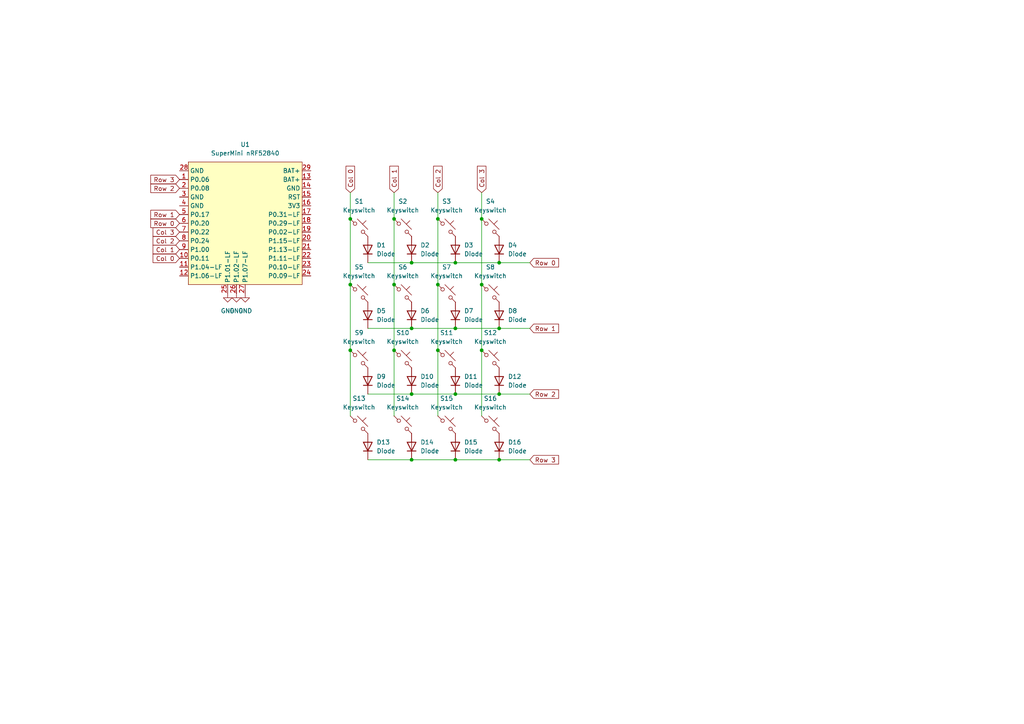
<source format=kicad_sch>
(kicad_sch (version 20250114) (generator "eeschema") (generator_version "9.0")
  (paper "A4")
  (lib_symbols
    (symbol "PCM_marbastlib-promicroish:SuperMini_nRF52840" (in_bom no)
      (property "Reference" "U" (at 0 22.86 0))
      (property "Value" "SuperMini nRF52840" (at 0 20.32 0))
      (symbol "SuperMini_nRF52840_0_0"
        (pin bidirectional line (at -19.05 13.97 0) (length 2.54) (name "P0.06") (number "1"))
        (pin bidirectional line (at -19.05 11.43 0) (length 2.54) (name "P0.08") (number "2"))
        (pin power_out line (at -19.05 8.89 0) (length 2.54) (name "GND") (number "3"))
        (pin power_out line (at -19.05 6.35 0) (length 2.54) (name "GND") (number "4"))
        (pin bidirectional line (at -19.05 3.81 0) (length 2.54) (name "P0.17") (number "5"))
        (pin bidirectional line (at -19.05 1.27 0) (length 2.54) (name "P0.20") (number "6"))
        (pin bidirectional line (at -19.05 -1.27 0) (length 2.54) (name "P0.22") (number "7"))
        (pin bidirectional line (at -19.05 -3.81 0) (length 2.54) (name "P0.24") (number "8"))
        (pin bidirectional line (at -19.05 -6.35 0) (length 2.54) (name "P1.00") (number "9"))
        (pin bidirectional line (at -19.05 -8.89 0) (length 2.54) (name "P0.11") (number "10"))
        (pin bidirectional line (at -19.05 -11.43 0) (length 2.54) (name "P1.04-LF") (number "11"))
        (pin bidirectional line (at -19.05 -13.97 0) (length 2.54) (name "P1.06-LF") (number "12"))
        (pin power_out line (at 19.05 11.43 180) (length 2.54) (name "GND") (number "14"))
        (pin bidirectional line (at 19.05 8.89 180) (length 2.54) (name "RST") (number "15"))
        (pin bidirectional line (at 19.05 3.81 180) (length 2.54) (name "P0.31-LF") (number "17"))
        (pin bidirectional line (at 19.05 1.27 180) (length 2.54) (name "P0.29-LF") (number "18"))
        (pin bidirectional line (at 19.05 -1.27 180) (length 2.54) (name "P0.02-LF") (number "19"))
        (pin bidirectional line (at 19.05 -3.81 180) (length 2.54) (name "P1.15-LF") (number "20"))
        (pin bidirectional line (at 19.05 -6.35 180) (length 2.54) (name "P1.13-LF") (number "21"))
        (pin bidirectional line (at 19.05 -8.89 180) (length 2.54) (name "P1.11-LF") (number "22"))
        (pin bidirectional line (at 19.05 -13.97 180) (length 2.54) (name "P0.09-LF") (number "24"))
      )
      (symbol "SuperMini_nRF52840_1_0"
        (pin power_out line (at -19.05 16.51 0) (length 2.54) (name "GND") (number "28"))
        (pin bidirectional line (at -5.08 -19.05 90) (length 2.54) (name "P1.01-LF") (number "25"))
        (pin bidirectional line (at -2.54 -19.05 90) (length 2.54) (name "P1.02-LF") (number "26"))
        (pin bidirectional line (at 0 -19.05 90) (length 2.54) (name "P1.07-LF") (number "27"))
        (pin power_out line (at 19.05 16.51 180) (length 2.54) (name "BAT+") (number "29"))
        (pin power_out line (at 19.05 13.97 180) (length 2.54) (name "BAT+") (number "13"))
        (pin power_out line (at 19.05 6.35 180) (length 2.54) (name "3V3") (number "16"))
        (pin bidirectional line (at 19.05 -11.43 180) (length 2.54) (name "P0.10-LF") (number "23"))
      )
      (symbol "SuperMini_nRF52840_1_1"
        (rectangle (start -16.51 19.05) (end 16.51 -16.51) (fill (type background)))
      )
    )
    (symbol "ScottoKeebs:Placeholder_Diode" (pin_numbers (hide yes)) (pin_names (hide yes))
      (property "Reference" "D" (at 0 2.54 0))
      (property "Value" "Diode" (at 0 -2.54 0))
      (symbol "Placeholder_Diode_0_1"
        (polyline (pts (xy -1.27 1.27) (xy -1.27 -1.27)) (stroke (width 0.254)))
        (polyline (pts (xy 1.27 1.27) (xy 1.27 -1.27) (xy -1.27 0) (xy 1.27 1.27)) (stroke (width 0.254)))
        (polyline (pts (xy 1.27 0) (xy -1.27 0)))
      )
      (symbol "Placeholder_Diode_1_1"
        (pin passive line (at -3.81 0 0) (length 2.54) (name "K") (number "1"))
        (pin passive line (at 3.81 0 180) (length 2.54) (name "A") (number "2"))
      )
    )
    (symbol "ScottoKeebs:Placeholder_Keyswitch" (pin_numbers (hide yes)) (pin_names (offset 1.016) (hide yes))
      (property "Reference" "S" (at 3.048 1.016 0))
      (property "Value" "Keyswitch" (at 0 -3.81 0))
      (symbol "Placeholder_Keyswitch_0_1"
        (polyline (pts (xy -2.54 2.54) (xy -1.524 1.524) (xy -1.524 1.524)))
        (circle (center -1.1684 1.1684) (radius 0.508))
        (polyline (pts (xy -0.508 2.54) (xy 2.54 -0.508)))
        (polyline (pts (xy 1.016 1.016) (xy 2.032 2.032)))
        (circle (center 1.143 -1.1938) (radius 0.508))
        (polyline (pts (xy 1.524 -1.524) (xy 2.54 -2.54) (xy 2.54 -2.54) (xy 2.54 -2.54)))
        (pin passive line (at -2.54 2.54 0) (length 0) (name "1") (number "1"))
        (pin passive line (at 2.54 -2.54 180) (length 0) (name "2") (number "2"))
      )
    )
    (symbol "power:GND" (power) (pin_numbers (hide yes)) (pin_names (offset 0) (hide yes))
      (property "Value" "GND" (at 0 -3.81 0))
      (symbol "GND_0_1"
        (polyline (pts (xy 0 0) (xy 0 -1.27) (xy 1.27 -1.27) (xy 0 -2.54) (xy -1.27 -1.27) (xy 0 -1.27)))
      )
      (symbol "GND_1_1"
        (pin power_in line (at 0 0 270) (length 0) (name "~") (number "1"))
      )
    )
  )
  (junction (at 101.6 63.5))
  (junction (at 119.38 95.25))
  (junction (at 139.7 82.55))
  (junction (at 139.7 101.6))
  (junction (at 144.78 133.35))
  (junction (at 119.38 76.2))
  (junction (at 144.78 76.2))
  (junction (at 119.38 114.3))
  (junction (at 127 63.5))
  (junction (at 114.3 82.55))
  (junction (at 132.08 114.3))
  (junction (at 132.08 95.25))
  (junction (at 101.6 101.6))
  (junction (at 144.78 114.3))
  (junction (at 132.08 76.2))
  (junction (at 119.38 133.35))
  (junction (at 132.08 133.35))
  (junction (at 127 82.55))
  (junction (at 144.78 95.25))
  (junction (at 139.7 63.5))
  (junction (at 101.6 82.55))
  (junction (at 127 101.6))
  (junction (at 114.3 101.6))
  (junction (at 114.3 63.5))
  (wire (pts (xy 153.67 133.35) (xy 144.78 133.35)))
  (wire (pts (xy 106.68 95.25) (xy 119.38 95.25)))
  (wire (pts (xy 127 101.6) (xy 127 120.65)))
  (wire (pts (xy 119.38 76.2) (xy 132.08 76.2)))
  (wire (pts (xy 114.3 55.88) (xy 114.3 63.5)))
  (wire (pts (xy 139.7 101.6) (xy 139.7 120.65)))
  (wire (pts (xy 114.3 101.6) (xy 114.3 120.65)))
  (wire (pts (xy 139.7 63.5) (xy 139.7 82.55)))
  (wire (pts (xy 106.68 76.2) (xy 119.38 76.2)))
  (wire (pts (xy 127 55.88) (xy 127 63.5)))
  (wire (pts (xy 114.3 82.55) (xy 114.3 101.6)))
  (wire (pts (xy 132.08 76.2) (xy 144.78 76.2)))
  (wire (pts (xy 114.3 63.5) (xy 114.3 82.55)))
  (wire (pts (xy 132.08 133.35) (xy 144.78 133.35)))
  (wire (pts (xy 127 82.55) (xy 127 101.6)))
  (wire (pts (xy 132.08 114.3) (xy 144.78 114.3)))
  (wire (pts (xy 106.68 114.3) (xy 119.38 114.3)))
  (wire (pts (xy 101.6 55.88) (xy 101.6 63.5)))
  (wire (pts (xy 153.67 114.3) (xy 144.78 114.3)))
  (wire (pts (xy 101.6 82.55) (xy 101.6 101.6)))
  (wire (pts (xy 153.67 95.25) (xy 144.78 95.25)))
  (wire (pts (xy 139.7 55.88) (xy 139.7 63.5)))
  (wire (pts (xy 153.67 76.2) (xy 144.78 76.2)))
  (wire (pts (xy 119.38 133.35) (xy 132.08 133.35)))
  (wire (pts (xy 132.08 95.25) (xy 144.78 95.25)))
  (wire (pts (xy 127 63.5) (xy 127 82.55)))
  (wire (pts (xy 101.6 63.5) (xy 101.6 82.55)))
  (wire (pts (xy 119.38 114.3) (xy 132.08 114.3)))
  (wire (pts (xy 119.38 95.25) (xy 132.08 95.25)))
  (wire (pts (xy 106.68 133.35) (xy 119.38 133.35)))
  (wire (pts (xy 139.7 82.55) (xy 139.7 101.6)))
  (wire (pts (xy 101.6 101.6) (xy 101.6 120.65)))
  (global_label "Col 2" (shape input) (at 127 55.88 90) (property "Intersheetrefs" "${INTERSHEET_REFS}" (effects (hide yes))))
  (global_label "Row 3" (shape input) (at 52.07 52.07 180) (property "Intersheetrefs" "${INTERSHEET_REFS}" (effects (hide yes))))
  (global_label "Col 3" (shape input) (at 139.7 55.88 90) (property "Intersheetrefs" "${INTERSHEET_REFS}" (effects (hide yes))))
  (global_label "Col 1" (shape input) (at 114.3 55.88 90) (property "Intersheetrefs" "${INTERSHEET_REFS}" (effects (hide yes))))
  (global_label "Row 1" (shape input) (at 153.67 95.25 0) (property "Intersheetrefs" "${INTERSHEET_REFS}" (effects (hide yes))))
  (global_label "Col 0" (shape input) (at 52.07 74.93 180) (property "Intersheetrefs" "${INTERSHEET_REFS}" (effects (hide yes))))
  (global_label "Col 3" (shape input) (at 52.07 67.31 180) (property "Intersheetrefs" "${INTERSHEET_REFS}" (effects (hide yes))))
  (global_label "Col 1" (shape input) (at 52.07 72.39 180) (property "Intersheetrefs" "${INTERSHEET_REFS}" (effects (hide yes))))
  (global_label "Row 0" (shape input) (at 52.07 64.77 180) (property "Intersheetrefs" "${INTERSHEET_REFS}" (effects (hide yes))))
  (global_label "Row 2" (shape input) (at 52.07 54.61 180) (property "Intersheetrefs" "${INTERSHEET_REFS}" (effects (hide yes))))
  (global_label "Row 1" (shape input) (at 52.07 62.23 180) (property "Intersheetrefs" "${INTERSHEET_REFS}" (effects (hide yes))))
  (global_label "Col 0" (shape input) (at 101.6 55.88 90) (property "Intersheetrefs" "${INTERSHEET_REFS}" (effects (hide yes))))
  (global_label "Row 2" (shape input) (at 153.67 114.3 0) (property "Intersheetrefs" "${INTERSHEET_REFS}" (effects (hide yes))))
  (global_label "Row 0" (shape input) (at 153.67 76.2 0) (property "Intersheetrefs" "${INTERSHEET_REFS}" (effects (hide yes))))
  (global_label "Col 2" (shape input) (at 52.07 69.85 180) (property "Intersheetrefs" "${INTERSHEET_REFS}" (effects (hide yes))))
  (global_label "Row 3" (shape input) (at 153.67 133.35 0) (property "Intersheetrefs" "${INTERSHEET_REFS}" (effects (hide yes))))
  (symbol (lib_id "ScottoKeebs:Placeholder_Diode") (at 144.78 110.49 90) (unit 1)
    (property "Reference" "D12" (at 147.32 109.2199 90) (effects (justify right)))
    (property "Value" "Diode" (at 147.32 111.7599 90) (effects (justify right)))
    (property "Footprint" "ScottoKeebs_Components:Diode_DO-35" (effects (hide yes)))
    (property "Description" "1N4148 (DO-35) or 1N4148W (SOD-123)" (effects (hide yes)))
    (property "Sim.Device" "D" (effects (hide yes)))
    (property "Sim.Pins" "1=K 2=A" (effects (hide yes)))
  )
  (symbol (lib_id "ScottoKeebs:Placeholder_Keyswitch") (at 116.84 123.19 0) (unit 1)
    (property "Reference" "S14" (at 116.84 115.57 0))
    (property "Value" "Keyswitch" (at 116.84 118.11 0))
    (property "Footprint" "MX_Alps_Hybrid:MX-Alps-Hybrid-1U" (effects (hide yes)))
    (property "Description" "Push button switch, normally open, two pins, 45° tilted" (effects (hide yes)))
  )
  (symbol (lib_id "ScottoKeebs:Placeholder_Keyswitch") (at 142.24 66.04 0) (unit 1)
    (property "Reference" "S4" (at 142.24 58.42 0))
    (property "Value" "Keyswitch" (at 142.24 60.96 0))
    (property "Footprint" "MX_Alps_Hybrid:MX-Alps-Hybrid-1U" (effects (hide yes)))
    (property "Description" "Push button switch, normally open, two pins, 45° tilted" (effects (hide yes)))
  )
  (symbol (lib_id "ScottoKeebs:Placeholder_Diode") (at 106.68 129.54 90) (unit 1)
    (property "Reference" "D13" (at 109.22 128.2699 90) (effects (justify right)))
    (property "Value" "Diode" (at 109.22 130.8099 90) (effects (justify right)))
    (property "Footprint" "ScottoKeebs_Components:Diode_DO-35" (effects (hide yes)))
    (property "Description" "1N4148 (DO-35) or 1N4148W (SOD-123)" (effects (hide yes)))
    (property "Sim.Device" "D" (effects (hide yes)))
    (property "Sim.Pins" "1=K 2=A" (effects (hide yes)))
  )
  (symbol (lib_id "power:GND") (at 71.12 85.09 0) (unit 1)
    (property "Reference" "#PWR04" (effects (hide yes)))
    (property "Value" "GND" (at 71.12 90.17 0))
    (property "Description" "Power symbol creates a global label with name \"GND\" , ground" (effects (hide yes)))
  )
  (symbol (lib_id "ScottoKeebs:Placeholder_Diode") (at 119.38 72.39 90) (unit 1)
    (property "Reference" "D2" (at 121.92 71.1199 90) (effects (justify right)))
    (property "Value" "Diode" (at 121.92 73.6599 90) (effects (justify right)))
    (property "Footprint" "ScottoKeebs_Components:Diode_DO-35" (effects (hide yes)))
    (property "Description" "1N4148 (DO-35) or 1N4148W (SOD-123)" (effects (hide yes)))
    (property "Sim.Device" "D" (effects (hide yes)))
    (property "Sim.Pins" "1=K 2=A" (effects (hide yes)))
  )
  (symbol (lib_id "ScottoKeebs:Placeholder_Diode") (at 132.08 91.44 90) (unit 1)
    (property "Reference" "D7" (at 134.62 90.1699 90) (effects (justify right)))
    (property "Value" "Diode" (at 134.62 92.7099 90) (effects (justify right)))
    (property "Footprint" "ScottoKeebs_Components:Diode_DO-35" (effects (hide yes)))
    (property "Description" "1N4148 (DO-35) or 1N4148W (SOD-123)" (effects (hide yes)))
    (property "Sim.Device" "D" (effects (hide yes)))
    (property "Sim.Pins" "1=K 2=A" (effects (hide yes)))
  )
  (symbol (lib_id "ScottoKeebs:Placeholder_Diode") (at 106.68 110.49 90) (unit 1)
    (property "Reference" "D9" (at 109.22 109.2199 90) (effects (justify right)))
    (property "Value" "Diode" (at 109.22 111.7599 90) (effects (justify right)))
    (property "Footprint" "ScottoKeebs_Components:Diode_DO-35" (effects (hide yes)))
    (property "Description" "1N4148 (DO-35) or 1N4148W (SOD-123)" (effects (hide yes)))
    (property "Sim.Device" "D" (effects (hide yes)))
    (property "Sim.Pins" "1=K 2=A" (effects (hide yes)))
  )
  (symbol (lib_id "ScottoKeebs:Placeholder_Diode") (at 132.08 72.39 90) (unit 1)
    (property "Reference" "D3" (at 134.62 71.1199 90) (effects (justify right)))
    (property "Value" "Diode" (at 134.62 73.6599 90) (effects (justify right)))
    (property "Footprint" "ScottoKeebs_Components:Diode_DO-35" (effects (hide yes)))
    (property "Description" "1N4148 (DO-35) or 1N4148W (SOD-123)" (effects (hide yes)))
    (property "Sim.Device" "D" (effects (hide yes)))
    (property "Sim.Pins" "1=K 2=A" (effects (hide yes)))
  )
  (symbol (lib_id "power:GND") (at 68.58 85.09 0) (unit 1)
    (property "Reference" "#PWR02" (effects (hide yes)))
    (property "Value" "GND" (at 68.58 90.17 0))
    (property "Description" "Power symbol creates a global label with name \"GND\" , ground" (effects (hide yes)))
  )
  (symbol (lib_id "ScottoKeebs:Placeholder_Keyswitch") (at 142.24 104.14 0) (unit 1)
    (property "Reference" "S12" (at 142.24 96.52 0))
    (property "Value" "Keyswitch" (at 142.24 99.06 0))
    (property "Footprint" "MX_Alps_Hybrid:MX-Alps-Hybrid-1U" (effects (hide yes)))
    (property "Description" "Push button switch, normally open, two pins, 45° tilted" (effects (hide yes)))
  )
  (symbol (lib_id "ScottoKeebs:Placeholder_Keyswitch") (at 116.84 85.09 0) (unit 1)
    (property "Reference" "S6" (at 116.84 77.47 0))
    (property "Value" "Keyswitch" (at 116.84 80.01 0))
    (property "Footprint" "MX_Alps_Hybrid:MX-Alps-Hybrid-1U" (effects (hide yes)))
    (property "Description" "Push button switch, normally open, two pins, 45° tilted" (effects (hide yes)))
  )
  (symbol (lib_id "ScottoKeebs:Placeholder_Keyswitch") (at 129.54 123.19 0) (unit 1)
    (property "Reference" "S15" (at 129.54 115.57 0))
    (property "Value" "Keyswitch" (at 129.54 118.11 0))
    (property "Footprint" "MX_Alps_Hybrid:MX-Alps-Hybrid-1U" (effects (hide yes)))
    (property "Description" "Push button switch, normally open, two pins, 45° tilted" (effects (hide yes)))
  )
  (symbol (lib_id "ScottoKeebs:Placeholder_Diode") (at 144.78 72.39 90) (unit 1)
    (property "Reference" "D4" (at 147.32 71.1199 90) (effects (justify right)))
    (property "Value" "Diode" (at 147.32 73.6599 90) (effects (justify right)))
    (property "Footprint" "ScottoKeebs_Components:Diode_DO-35" (effects (hide yes)))
    (property "Description" "1N4148 (DO-35) or 1N4148W (SOD-123)" (effects (hide yes)))
    (property "Sim.Device" "D" (effects (hide yes)))
    (property "Sim.Pins" "1=K 2=A" (effects (hide yes)))
  )
  (symbol (lib_id "ScottoKeebs:Placeholder_Keyswitch") (at 104.14 66.04 0) (unit 1)
    (property "Reference" "S1" (at 104.14 58.42 0))
    (property "Value" "Keyswitch" (at 104.14 60.96 0))
    (property "Footprint" "MX_Alps_Hybrid:MX-Alps-Hybrid-1U" (effects (hide yes)))
    (property "Description" "Push button switch, normally open, two pins, 45° tilted" (effects (hide yes)))
  )
  (symbol (lib_id "ScottoKeebs:Placeholder_Diode") (at 106.68 91.44 90) (unit 1)
    (property "Reference" "D5" (at 109.22 90.1699 90) (effects (justify right)))
    (property "Value" "Diode" (at 109.22 92.7099 90) (effects (justify right)))
    (property "Footprint" "ScottoKeebs_Components:Diode_DO-35" (effects (hide yes)))
    (property "Description" "1N4148 (DO-35) or 1N4148W (SOD-123)" (effects (hide yes)))
    (property "Sim.Device" "D" (effects (hide yes)))
    (property "Sim.Pins" "1=K 2=A" (effects (hide yes)))
  )
  (symbol (lib_id "ScottoKeebs:Placeholder_Keyswitch") (at 116.84 104.14 0) (unit 1)
    (property "Reference" "S10" (at 116.84 96.52 0))
    (property "Value" "Keyswitch" (at 116.84 99.06 0))
    (property "Footprint" "MX_Alps_Hybrid:MX-Alps-Hybrid-1U" (effects (hide yes)))
    (property "Description" "Push button switch, normally open, two pins, 45° tilted" (effects (hide yes)))
  )
  (symbol (lib_id "ScottoKeebs:Placeholder_Keyswitch") (at 129.54 104.14 0) (unit 1)
    (property "Reference" "S11" (at 129.54 96.52 0))
    (property "Value" "Keyswitch" (at 129.54 99.06 0))
    (property "Footprint" "MX_Alps_Hybrid:MX-Alps-Hybrid-1U" (effects (hide yes)))
    (property "Description" "Push button switch, normally open, two pins, 45° tilted" (effects (hide yes)))
  )
  (symbol (lib_id "ScottoKeebs:Placeholder_Diode") (at 132.08 129.54 90) (unit 1)
    (property "Reference" "D15" (at 134.62 128.2699 90) (effects (justify right)))
    (property "Value" "Diode" (at 134.62 130.8099 90) (effects (justify right)))
    (property "Footprint" "ScottoKeebs_Components:Diode_DO-35" (effects (hide yes)))
    (property "Description" "1N4148 (DO-35) or 1N4148W (SOD-123)" (effects (hide yes)))
    (property "Sim.Device" "D" (effects (hide yes)))
    (property "Sim.Pins" "1=K 2=A" (effects (hide yes)))
  )
  (symbol (lib_id "ScottoKeebs:Placeholder_Keyswitch") (at 142.24 123.19 0) (unit 1)
    (property "Reference" "S16" (at 142.24 115.57 0))
    (property "Value" "Keyswitch" (at 142.24 118.11 0))
    (property "Footprint" "MX_Alps_Hybrid:MX-Alps-Hybrid-1U" (effects (hide yes)))
    (property "Description" "Push button switch, normally open, two pins, 45° tilted" (effects (hide yes)))
  )
  (symbol (lib_id "ScottoKeebs:Placeholder_Diode") (at 119.38 110.49 90) (unit 1)
    (property "Reference" "D10" (at 121.92 109.2199 90) (effects (justify right)))
    (property "Value" "Diode" (at 121.92 111.7599 90) (effects (justify right)))
    (property "Footprint" "ScottoKeebs_Components:Diode_DO-35" (effects (hide yes)))
    (property "Description" "1N4148 (DO-35) or 1N4148W (SOD-123)" (effects (hide yes)))
    (property "Sim.Device" "D" (effects (hide yes)))
    (property "Sim.Pins" "1=K 2=A" (effects (hide yes)))
  )
  (symbol (lib_id "ScottoKeebs:Placeholder_Keyswitch") (at 116.84 66.04 0) (unit 1)
    (property "Reference" "S2" (at 116.84 58.42 0))
    (property "Value" "Keyswitch" (at 116.84 60.96 0))
    (property "Footprint" "MX_Alps_Hybrid:MX-Alps-Hybrid-1U" (effects (hide yes)))
    (property "Description" "Push button switch, normally open, two pins, 45° tilted" (effects (hide yes)))
  )
  (symbol (lib_id "ScottoKeebs:Placeholder_Keyswitch") (at 142.24 85.09 0) (unit 1)
    (property "Reference" "S8" (at 142.24 77.47 0))
    (property "Value" "Keyswitch" (at 142.24 80.01 0))
    (property "Footprint" "MX_Alps_Hybrid:MX-Alps-Hybrid-1U" (effects (hide yes)))
    (property "Description" "Push button switch, normally open, two pins, 45° tilted" (effects (hide yes)))
  )
  (symbol (lib_id "PCM_marbastlib-promicroish:SuperMini_nRF52840") (at 71.12 66.04 0) (unit 1) (in_bom no)
    (property "Reference" "U1" (at 71.12 41.91 0))
    (property "Value" "SuperMini nRF52840" (at 71.12 44.45 0))
    (property "Footprint" "PCM_marbastlib-xp-promicroish:SuperMini_nRF52840_AH_USBup" (effects (hide yes)))
    (property "Datasheet" "https://wiki.icbbuy.com/doku.php?id=developmentboard:nrf52840" (effects (hide yes)))
    (property "Description" "Symbol for an nicekeyboards nice!nano" (effects (hide yes)))
  )
  (symbol (lib_id "ScottoKeebs:Placeholder_Diode") (at 106.68 72.39 90) (unit 1)
    (property "Reference" "D1" (at 109.22 71.1199 90) (effects (justify right)))
    (property "Value" "Diode" (at 109.22 73.6599 90) (effects (justify right)))
    (property "Footprint" "ScottoKeebs_Components:Diode_DO-35" (effects (hide yes)))
    (property "Description" "1N4148 (DO-35) or 1N4148W (SOD-123)" (effects (hide yes)))
    (property "Sim.Device" "D" (effects (hide yes)))
    (property "Sim.Pins" "1=K 2=A" (effects (hide yes)))
  )
  (symbol (lib_id "ScottoKeebs:Placeholder_Keyswitch") (at 129.54 85.09 0) (unit 1)
    (property "Reference" "S7" (at 129.54 77.47 0))
    (property "Value" "Keyswitch" (at 129.54 80.01 0))
    (property "Footprint" "MX_Alps_Hybrid:MX-Alps-Hybrid-1U" (effects (hide yes)))
    (property "Description" "Push button switch, normally open, two pins, 45° tilted" (effects (hide yes)))
  )
  (symbol (lib_id "ScottoKeebs:Placeholder_Diode") (at 132.08 110.49 90) (unit 1)
    (property "Reference" "D11" (at 134.62 109.2199 90) (effects (justify right)))
    (property "Value" "Diode" (at 134.62 111.7599 90) (effects (justify right)))
    (property "Footprint" "ScottoKeebs_Components:Diode_DO-35" (effects (hide yes)))
    (property "Description" "1N4148 (DO-35) or 1N4148W (SOD-123)" (effects (hide yes)))
    (property "Sim.Device" "D" (effects (hide yes)))
    (property "Sim.Pins" "1=K 2=A" (effects (hide yes)))
  )
  (symbol (lib_id "ScottoKeebs:Placeholder_Diode") (at 119.38 129.54 90) (unit 1)
    (property "Reference" "D14" (at 121.92 128.2699 90) (effects (justify right)))
    (property "Value" "Diode" (at 121.92 130.8099 90) (effects (justify right)))
    (property "Footprint" "ScottoKeebs_Components:Diode_DO-35" (effects (hide yes)))
    (property "Description" "1N4148 (DO-35) or 1N4148W (SOD-123)" (effects (hide yes)))
    (property "Sim.Device" "D" (effects (hide yes)))
    (property "Sim.Pins" "1=K 2=A" (effects (hide yes)))
  )
  (symbol (lib_id "ScottoKeebs:Placeholder_Keyswitch") (at 104.14 123.19 0) (unit 1)
    (property "Reference" "S13" (at 104.14 115.57 0))
    (property "Value" "Keyswitch" (at 104.14 118.11 0))
    (property "Footprint" "MX_Alps_Hybrid:MX-Alps-Hybrid-1U" (effects (hide yes)))
    (property "Description" "Push button switch, normally open, two pins, 45° tilted" (effects (hide yes)))
  )
  (symbol (lib_id "ScottoKeebs:Placeholder_Keyswitch") (at 129.54 66.04 0) (unit 1)
    (property "Reference" "S3" (at 129.54 58.42 0))
    (property "Value" "Keyswitch" (at 129.54 60.96 0))
    (property "Footprint" "MX_Alps_Hybrid:MX-Alps-Hybrid-1U" (effects (hide yes)))
    (property "Description" "Push button switch, normally open, two pins, 45° tilted" (effects (hide yes)))
  )
  (symbol (lib_id "ScottoKeebs:Placeholder_Keyswitch") (at 104.14 85.09 0) (unit 1)
    (property "Reference" "S5" (at 104.14 77.47 0))
    (property "Value" "Keyswitch" (at 104.14 80.01 0))
    (property "Footprint" "MX_Alps_Hybrid:MX-Alps-Hybrid-1U" (effects (hide yes)))
    (property "Description" "Push button switch, normally open, two pins, 45° tilted" (effects (hide yes)))
  )
  (symbol (lib_id "ScottoKeebs:Placeholder_Keyswitch") (at 104.14 104.14 0) (unit 1)
    (property "Reference" "S9" (at 104.14 96.52 0))
    (property "Value" "Keyswitch" (at 104.14 99.06 0))
    (property "Footprint" "MX_Alps_Hybrid:MX-Alps-Hybrid-1U" (effects (hide yes)))
    (property "Description" "Push button switch, normally open, two pins, 45° tilted" (effects (hide yes)))
  )
  (symbol (lib_id "power:GND") (at 66.04 85.09 0) (unit 1)
    (property "Reference" "#PWR03" (effects (hide yes)))
    (property "Value" "GND" (at 66.04 90.17 0))
    (property "Description" "Power symbol creates a global label with name \"GND\" , ground" (effects (hide yes)))
  )
  (symbol (lib_id "ScottoKeebs:Placeholder_Diode") (at 119.38 91.44 90) (unit 1)
    (property "Reference" "D6" (at 121.92 90.1699 90) (effects (justify right)))
    (property "Value" "Diode" (at 121.92 92.7099 90) (effects (justify right)))
    (property "Footprint" "ScottoKeebs_Components:Diode_DO-35" (effects (hide yes)))
    (property "Description" "1N4148 (DO-35) or 1N4148W (SOD-123)" (effects (hide yes)))
    (property "Sim.Device" "D" (effects (hide yes)))
    (property "Sim.Pins" "1=K 2=A" (effects (hide yes)))
  )
  (symbol (lib_id "ScottoKeebs:Placeholder_Diode") (at 144.78 91.44 90) (unit 1)
    (property "Reference" "D8" (at 147.32 90.1699 90) (effects (justify right)))
    (property "Value" "Diode" (at 147.32 92.7099 90) (effects (justify right)))
    (property "Footprint" "ScottoKeebs_Components:Diode_DO-35" (effects (hide yes)))
    (property "Description" "1N4148 (DO-35) or 1N4148W (SOD-123)" (effects (hide yes)))
    (property "Sim.Device" "D" (effects (hide yes)))
    (property "Sim.Pins" "1=K 2=A" (effects (hide yes)))
  )
  (symbol (lib_id "ScottoKeebs:Placeholder_Diode") (at 144.78 129.54 90) (unit 1)
    (property "Reference" "D16" (at 147.32 128.2699 90) (effects (justify right)))
    (property "Value" "Diode" (at 147.32 130.8099 90) (effects (justify right)))
    (property "Footprint" "ScottoKeebs_Components:Diode_DO-35" (effects (hide yes)))
    (property "Description" "1N4148 (DO-35) or 1N4148W (SOD-123)" (effects (hide yes)))
    (property "Sim.Device" "D" (effects (hide yes)))
    (property "Sim.Pins" "1=K 2=A" (effects (hide yes)))
  )
)
</source>
